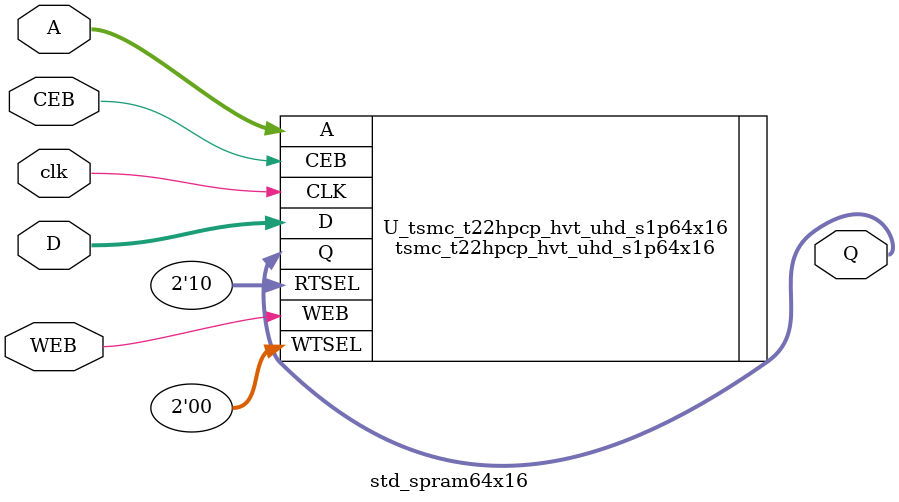
<source format=v>
module std_spram64x16 (
    input clk,
    input CEB,
    input WEB,
    input [5:0] A,
    input [15:0] D,
    output [15:0] Q
);

`ifdef FPGA
    ram_sp #(
      .WIDTH(16),
      .DEPTH(64),
      .ADDR_WIDTH(6)
    )u_ram_sp(
      .clk(clk),
      .en(~CEB),
      .we(~WEB),
      .addr(A),
      .din(D),
      .dout(Q)
    );

`elsif SMIC12
    s12_s1pram64x16 U_s12_s1pram64x16(
      .CLK(clk),
      .ME(~CEB),
      .WE(~WEB),
      .ADR(A),
      .D(D),
      .Q(Q),
      .TEST1(1'b0),
      .TEST_RNM(1'b0),
      .RME(1'b0),
      .RM(4'b0),
      .LS(1'b0),
      .BC1(1'b0),
      .BC2(1'b0)
    );

`else
    tsmc_t22hpcp_hvt_uhd_s1p64x16 U_tsmc_t22hpcp_hvt_uhd_s1p64x16(
	  .CLK(clk),
	  .CEB(CEB),
	  .WEB(WEB),
	  .A(A),
	  .D(D),
	  .Q(Q),
	  .RTSEL(2'b10),
	  .WTSEL(2'b00)
      );
`endif
endmodule

</source>
